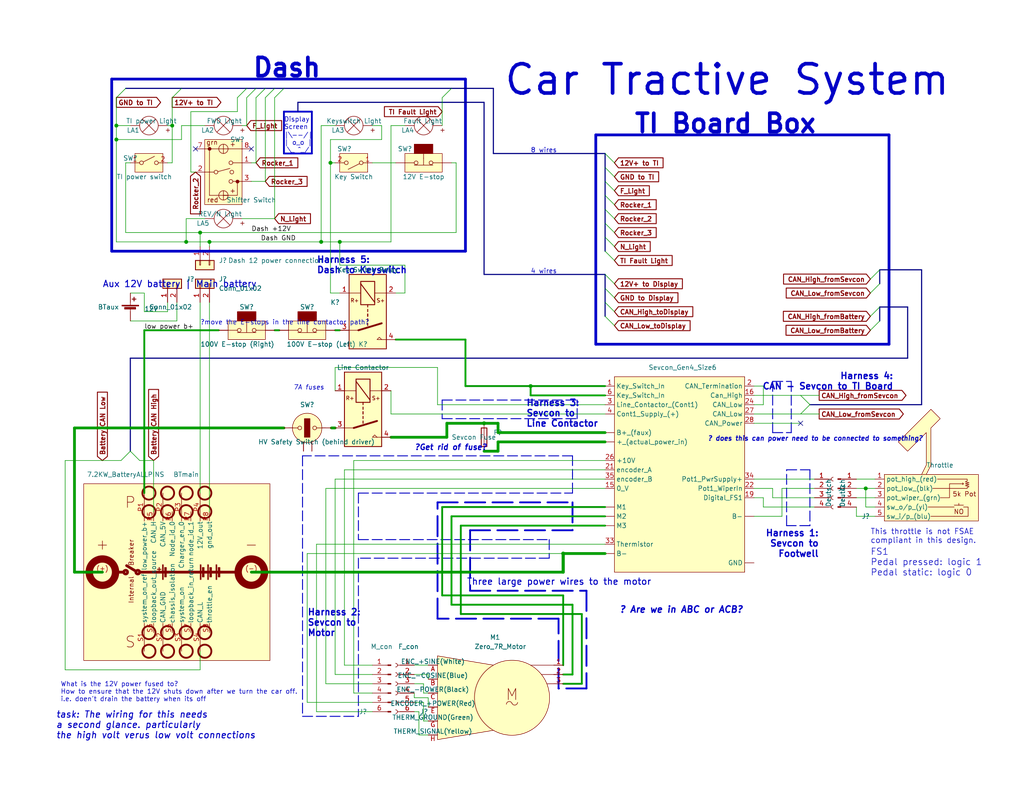
<source format=kicad_sch>
(kicad_sch (version 20211123) (generator eeschema)
  (paper "A")
  (title_block (title "Tractive System") (date "2023-04-04"))
  (lib_symbols
    (symbol "CamachosSymbols:7.2KW_BatteryALLPINS" (pin_names (offset 0.002))
      (property "Reference" "BT?" (at -1.27 29.21 0))
      (property "Value" "7.2KW_BatteryALLPINS" (at -8.89 26.67 0))
      (symbol "7.2KW_BatteryALLPINS_0_0"
        (text "+" (at -20.32 7.62 0) (effects (font (size 3 3))))
        (text "-" (at 20.32 7.62 0) (effects (font (size 3 3))))
        (text "Internal   Breaker" (at -12.446 0.254 900) (effects (font (size 1.27 1.27))))
        (text "P" (at -12.7 19.05 0) (effects (font (size 3 3))))
        (text "S" (at -12.7 -19.05 0) (effects (font (size 3 3))))
      )
      (symbol "7.2KW_BatteryALLPINS_1_1"
        (pin passive line (at -20.32 0 0) (length 0) (name "") (number "(+)"))
        (pin passive line (at 20.32 0 180) (length 0) (name "") (number "(-)"))
        (pin input line (at -8.89 21.59 270) (length 7.66) (name "low_power_b+") (number "P1"))
        (pin input line (at -3.81 21.59 270) (length 7.66) (name "CAN_5V") (number "P2"))
        (pin input line (at 1.27 21.59 270) (length 7.66) (name "Charger_en_0") (number "P3"))
        (pin input line (at 6.35 21.59 270) (length 7.66) (name "12V_out") (number "P4"))
        (pin input line (at -6.35 16.51 270) (length 2.54) (name "CAN_H") (number "P5"))
        (pin input line (at -1.27 16.51 270) (length 2.54) (name "Node_id_0") (number "P6"))
        (pin input line (at 3.81 16.51 270) (length 2.54) (name "node_id_1") (number "P7"))
        (pin input line (at 8.89 16.51 270) (length 2.54) (name "gnd_out") (number "P8"))
        (pin input line (at -8.89 -21.59 90) (length 7.66) (name "system_on_ref") (number "S1"))
        (pin input line (at -3.81 -21.59 90) (length 7.66) (name "CAN_GND") (number "S2"))
        (pin input line (at 1.27 -21.59 90) (length 7.66) (name "system_on") (number "S3"))
        (pin input line (at 6.35 -21.59 90) (length 7.66) (name "CAN_L") (number "S4"))
        (pin input line (at -6.35 -16.51 90) (length 2.54) (name "loopback_out_source") (number "S5"))
        (pin input line (at -1.27 -16.51 90) (length 2.54) (name "chassis_isolation") (number "S6"))
        (pin input line (at 3.81 -16.51 90) (length 2.54) (name "loopback_in_return") (number "S7"))
        (pin input line (at 8.89 -16.51 90) (length 2.54) (name "throttle_en") (number "S8"))
      )
    )
    (symbol "CamachosSymbols:SW_SPDT_MSM" (pin_names (offset 0) hide)
      (property "Reference" "SW?" (at 1.27 12.7 0))
      (property "Value" "SW_SPDT_MSM" (at 6.35 10.16 0))
      (symbol "SW_SPDT_MSM_0_0"
        (text "+" (at 2.54 -5.08 0) (effects (font (size 1.27 1.27))))
        (text "+" (at 2.54 7.62 0) (effects (font (size 1.27 1.27))))
        (text "grn" (at -3.1095 8.1227 0) (effects (font (size 1.27 1.27))))
        (text "red" (at -2.9266 -7.5775 0) (effects (font (size 1.27 1.27))))
      )
      (symbol "SW_SPDT_MSM_1_1"
        (pin passive line (at 7.62 2.54 180) (length 2.54) (name "1") (number "1"))
        (pin passive line (at -7.62 0 0) (length 2.54) (name "2") (number "2"))
        (pin passive line (at 7.62 -2.54 180) (length 2.54) (name "") (number "3"))
        (pin input line (at -7.62 6.35 0) (length 2.54) (name "ledGnd") (number "7"))
        (pin input line (at 7.62 6.35 180) (length 2.54) (name "") (number "8"))
      )
    )
    (symbol "CamachosSymbols:SW_SPST" (pin_names (offset 0) hide)
      (property "Reference" "SW" (at 0 3.175 0))
      (property "Value" "SW_SPST" (at 0 -2.54 0))
      (symbol "SW_SPST_1_1"
        (pin passive line (at -5.08 0 0) (length 2.54) (name "A") (number "1"))
        (pin passive line (at 5.08 0 180) (length 2.54) (name "B") (number "2"))
      )
    )
    (symbol "CamachosSymbols:Safety Switch" (pin_numbers hide) (pin_names (offset 1.016) hide)
      (property "Reference" "SW?" (at 0 7.62 0))
      (property "Value" "Safety Switch" (at 0 6.35 0))
      (symbol "Safety Switch_0_1"
        (pin passive line (at -7.62 0 0) (length 2.54) (name "A") (number "1"))
      )
      (symbol "Safety Switch_1_1"
        (pin passive line (at 7.62 0 180) (length 2.54) (name "B") (number "2"))
      )
    )
    (symbol "CamachosSymbols:Sevcon_Gen4_Size6"
      (property "Value" "Sevcon_Gen4_Size6" (at 10.16 17.78 0))
      (symbol "Sevcon_Gen4_Size6_1_1"
        (pin passive line (at -20.32 -2.54 0) (length 2.54) (name "+_(actual_power_in)") (number ""))
        (pin passive line (at -20.32 0 0) (length 2.54) (name "B+_(faux)") (number ""))
        (pin passive line (at -20.32 -33.02 0) (length 2.54) (name "B-") (number ""))
        (pin passive line (at 20.32 -22.86 180) (length 2.54) (name "B-") (number ""))
        (pin passive line (at 20.32 -35.56 180) (length 2.54) (name "GND") (number ""))
        (pin passive line (at -20.32 -20.32 0) (length 2.54) (name "M1") (number ""))
        (pin passive line (at -20.32 -22.86 0) (length 2.54) (name "M2") (number ""))
        (pin passive line (at -20.32 -25.4 0) (length 2.54) (name "M3") (number ""))
        (pin passive line (at -20.32 12.7 0) (length 2.54) (name "Key_Switch_In") (number "1"))
        (pin passive line (at -20.32 -15.24 0) (length 2.54) (name "0_V") (number "15"))
        (pin passive line (at 20.32 10.16 180) (length 2.54) (name "Can_High") (number "16"))
        (pin passive line (at 20.32 -17.78 180) (length 2.54) (name "Digital_FS1") (number "19"))
        (pin passive line (at 20.32 12.7 180) (length 2.54) (name "CAN_Termination") (number "2"))
        (pin passive line (at -20.32 -10.16 0) (length 2.54) (name "encoder_A") (number "21"))
        (pin passive line (at 20.32 -15.24 180) (length 2.54) (name "Pot1_WiperIn") (number "22"))
        (pin passive line (at 20.32 7.62 180) (length 2.54) (name "CAN_Low") (number "24"))
        (pin passive line (at -20.32 -7.62 0) (length 2.54) (name "+10V") (number "26"))
        (pin passive line (at 20.32 5.08 180) (length 2.54) (name "CAN_Low") (number "27"))
        (pin passive line (at 20.32 2.54 180) (length 2.54) (name "CAN_Power") (number "28"))
        (pin passive line (at -20.32 7.62 0) (length 2.54) (name "Line_Contactor_(Cont1)") (number "3"))
        (pin passive line (at -20.32 -30.48 0) (length 2.54) (name "Thermistor") (number "33"))
        (pin passive line (at 20.32 -12.7 180) (length 2.54) (name "Pot1_PwrSupply+") (number "34"))
        (pin passive line (at -20.32 -12.7 0) (length 2.54) (name "encoder_B") (number "35"))
        (pin passive line (at -20.32 5.08 0) (length 2.54) (name "Cont1_Supply_(+)") (number "4"))
        (pin passive line (at -20.32 10.16 0) (length 2.54) (name "Key_Switch_In") (number "6"))
      )
    )
    (symbol "CamachosSymbols:Throttle"
      (property "Value" "Throttle" (at 12.7 11.43 0))
      (symbol "Throttle_0_0"
        (text "5k Pot" (at 14.224 -2.794 0) (effects (font (size 1.27 1.27))))
        (text "NO" (at 12.7 -7.62 0) (effects (font (size 1.27 1.27))))
      )
      (symbol "Throttle_1_1"
        (pin passive line (at -10.16 1.27 0) (length 2.54) (name "pot_high_(red)") (number "1"))
        (pin passive line (at -10.16 -1.27 0) (length 2.54) (name "pot_low_(blk)") (number "2"))
        (pin passive line (at -10.16 -3.81 0) (length 2.54) (name "pot_wiper_(grn)") (number "3"))
        (pin passive line (at -10.16 -6.35 0) (length 2.54) (name "sw_o/p_(yl)") (number "4"))
        (pin passive line (at -10.16 -8.89 0) (length 2.54) (name "sw_i/p_(blu)") (number "5"))
      )
    )
    (symbol "CamachosSymbols:Zero_7R_Motor" (pin_names (offset 0))
      (property "Reference" "M?" (at -0.635 16.51 0))
      (property "Value" "Zero_7R_Motor" (at -0.635 13.97 0))
      (symbol "Zero_7R_Motor_1_1"
        (pin passive line (at 16.51 8.89 180) (length 2.54) (name "~") (number "1"))
        (pin passive line (at 16.51 6.35 180) (length 2.54) (name "~") (number "2"))
        (pin passive line (at 16.51 3.81 180) (length 2.54) (name "~") (number "3"))
        (pin passive line (at -20.32 8.89 0) (length 2.54) (name "ENC_+SINE(White)") (number "A"))
        (pin passive line (at -20.32 5.08 0) (length 2.54) (name "ENC_-COSINE(Blue)") (number "B"))
        (pin passive line (at -20.32 1.27 0) (length 2.54) (name "ENC_-POWER(Black)") (number "C"))
        (pin passive line (at -20.32 -2.54 0) (length 2.54) (name "ENCODER_+POWER(Red)") (number "E"))
        (pin passive line (at -20.32 -6.35 0) (length 2.54) (name "THERM_GROUND(Green)") (number "G"))
        (pin passive line (at -20.32 -10.16 0) (length 2.54) (name "THERM_SIGNAL(Yellow)") (number "H"))
      )
    )
    (symbol "Connector:Conn_01x04_Female" (pin_names (offset 1.016) hide)
      (property "Reference" "J" (at 0 5.08 0))
      (property "Value" "Conn_01x04_Female" (at 0 -7.62 0))
      (symbol "Conn_01x04_Female_1_1"
        (pin passive line (at -5.08 2.54 0) (length 3.81) (name "Pin_1") (number "1"))
        (pin passive line (at -5.08 0 0) (length 3.81) (name "Pin_2") (number "2"))
        (pin passive line (at -5.08 -2.54 0) (length 3.81) (name "Pin_3") (number "3"))
        (pin passive line (at -5.08 -5.08 0) (length 3.81) (name "Pin_4") (number "4"))
      )
    )
    (symbol "Connector:Conn_01x04_Male" (pin_names (offset 1.016) hide)
      (property "Reference" "J" (at 0 5.08 0))
      (property "Value" "Conn_01x04_Male" (at 0 -7.62 0))
      (symbol "Conn_01x04_Male_1_1"
        (pin passive line (at 5.08 2.54 180) (length 3.81) (name "Pin_1") (number "1"))
        (pin passive line (at 5.08 0 180) (length 3.81) (name "Pin_2") (number "2"))
        (pin passive line (at 5.08 -2.54 180) (length 3.81) (name "Pin_3") (number "3"))
        (pin passive line (at 5.08 -5.08 180) (length 3.81) (name "Pin_4") (number "4"))
      )
    )
    (symbol "Connector:Conn_01x06_Female" (pin_names (offset 1.016) hide)
      (property "Reference" "J" (at 0 7.62 0))
      (property "Value" "Conn_01x06_Female" (at 0 -10.16 0))
      (symbol "Conn_01x06_Female_1_1"
        (pin passive line (at -5.08 5.08 0) (length 3.81) (name "Pin_1") (number "1"))
        (pin passive line (at -5.08 2.54 0) (length 3.81) (name "Pin_2") (number "2"))
        (pin passive line (at -5.08 0 0) (length 3.81) (name "Pin_3") (number "3"))
        (pin passive line (at -5.08 -2.54 0) (length 3.81) (name "Pin_4") (number "4"))
        (pin passive line (at -5.08 -5.08 0) (length 3.81) (name "Pin_5") (number "5"))
        (pin passive line (at -5.08 -7.62 0) (length 3.81) (name "Pin_6") (number "6"))
      )
    )
    (symbol "Connector:Conn_01x06_Male" (pin_names (offset 1.016) hide)
      (property "Reference" "J" (at 0 7.62 0))
      (property "Value" "Conn_01x06_Male" (at 0 -10.16 0))
      (symbol "Conn_01x06_Male_1_1"
        (pin passive line (at 5.08 5.08 180) (length 3.81) (name "Pin_1") (number "1"))
        (pin passive line (at 5.08 2.54 180) (length 3.81) (name "Pin_2") (number "2"))
        (pin passive line (at 5.08 0 180) (length 3.81) (name "Pin_3") (number "3"))
        (pin passive line (at 5.08 -2.54 180) (length 3.81) (name "Pin_4") (number "4"))
        (pin passive line (at 5.08 -5.08 180) (length 3.81) (name "Pin_5") (number "5"))
        (pin passive line (at 5.08 -7.62 180) (length 3.81) (name "Pin_6") (number "6"))
      )
    )
    (symbol "Connector_Generic:Conn_01x02" (pin_names (offset 1.016) hide)
      (property "Reference" "J" (at 0 2.54 0))
      (property "Value" "Conn_01x02" (at 0 -5.08 0))
      (symbol "Conn_01x02_1_1"
        (pin passive line (at -5.08 0 0) (length 3.81) (name "Pin_1") (number "1"))
        (pin passive line (at -5.08 -2.54 0) (length 3.81) (name "Pin_2") (number "2"))
      )
    )
    (symbol "Device:Battery_Cell" (pin_numbers hide) (pin_names (offset 0) hide)
      (property "Reference" "BT" (at 2.54 2.54 0))
      (property "Value" "Battery_Cell" (at 2.54 0 0))
      (symbol "Battery_Cell_1_1"
        (pin passive line (at 0 5.08 270) (length 2.54) (name "+") (number "1"))
        (pin passive line (at 0 -2.54 90) (length 2.54) (name "-") (number "2"))
      )
    )
    (symbol "Device:Fuse" (pin_numbers hide) (pin_names (offset 0))
      (property "Reference" "F" (at 2.032 0 90))
      (property "Value" "Fuse" (at -1.905 0 90))
      (symbol "Fuse_1_1"
        (pin passive line (at 0 3.81 270) (length 1.27) (name "~") (number "1"))
        (pin passive line (at 0 -3.81 90) (length 1.27) (name "~") (number "2"))
      )
    )
    (symbol "Device:Lamp" (pin_numbers hide) (pin_names (offset 0.0254) hide)
      (property "Reference" "LA?" (at 3.81 1.2701 0))
      (property "Value" "12V Keyswitch Light (Dash)" (at 3.81 -1.2699 0))
      (symbol "Lamp_0_0"
        (text "+" (at 1.27 5.08 0) (effects (font (size 1.27 1.27))))
      )
      (symbol "Lamp_1_1"
        (pin passive line (at 0 -5.08 90) (length 2.54) (name "-") (number "1"))
        (pin passive line (at 0 5.08 270) (length 2.54) (name "+") (number "2"))
      )
    )
    (symbol "Relay:ADW11"
      (property "Reference" "K?" (at -2.54 15.24 0))
      (property "Value" "Line Contactor" (at 1.27 12.7 0))
      (symbol "ADW11_1_1"
        (text "R+" (at -2.286 4.318 0) (effects (font (size 1.016 1.016))))
        (text "S+" (at 4.826 4.318 0) (effects (font (size 1.016 1.016))))
        (pin passive line (at -6.35 6.35 0) (length 2.54) (name "~") (number "1"))
        (pin passive line (at 8.89 6.35 180) (length 2.54) (name "~") (number "2"))
        (pin passive line (at -6.35 -3.81 0) (length 2.54) (name "~") (number "3"))
        (pin passive line (at 8.89 -6.35 180) (length 2.54) (name "~") (number "4"))
      )
    )
    (symbol "Safety Switch_1" (pin_numbers hide) (pin_names (offset 1.016) hide)
      (property "Reference" "SW?" (at 0 6.35 0))
      (property "Value" "HV Safety Switch (behind driver)" (at 2.54 -3.81 0))
      (symbol "Safety Switch_1_0_1"
        (pin passive line (at -6.35 0 0) (length 2.54) (name "A") (number "1"))
      )
      (symbol "Safety Switch_1_1_1"
        (pin output line (at -1.016 -6.35 90) (length 2.54) (name "") (number ""))
        (pin output line (at 1.27 -6.35 90) (length 2.54) (name "") (number ""))
        (pin passive line (at 6.604 0 180) (length 2.54) (name "B") (number "2"))
      )
    )
    (symbol "Switch:SW_Push_Open" (pin_numbers hide) (pin_names (offset 1.016) hide)
      (property "Reference" "SW?" (at 0 7.62 0))
      (property "Value" "12V E-stop (dash)" (at 0 6.35 0))
      (symbol "SW_Push_Open_0_1"
        (pin passive line (at -7.62 0 0) (length 2.54) (name "A") (number "1"))
      )
      (symbol "SW_Push_Open_1_1"
        (pin passive line (at 7.62 0 180) (length 2.54) (name "B") (number "2"))
      )
    )
  )
  (junction (at 144.78 105.41))
  (junction (at 132.08 115.57))
  (junction (at 46.99 34.29))
  (junction (at 90.17 44.45))
  (junction (at 236.22 133.35))
  (junction (at 54.61 63.5))
  (junction (at 153.67 151.13))
  (junction (at 31.75 38.1))
  (junction (at 92.71 66.04))
  (junction (at 31.75 34.29))
  (junction (at 87.63 66.04))
  (junction (at 57.15 66.04))
  (junction (at 50.8 66.04))
  (no_connect (at 53.34 40.64))
  (no_connect (at 218.44 115.57))
  (no_connect (at 68.58 40.64))
  (bus_entry (at 120.65 26.67) (size 2.54 -2.54))
  (bus_entry (at 240.03 77.47) (size -2.54 2.54))
  (bus_entry (at 167.64 48.26) (size -2.54 -2.54))
  (bus_entry (at 218.44 113.03) (size 2.54 -2.54))
  (bus_entry (at 167.64 52.07) (size -2.54 -2.54))
  (bus_entry (at 69.85 26.67) (size 2.54 -2.54))
  (bus_entry (at 167.64 63.5) (size -2.54 -2.54))
  (bus_entry (at 74.93 26.67) (size 2.54 -2.54))
  (bus_entry (at 72.39 26.67) (size 2.54 -2.54))
  (bus_entry (at 165.1 86.36) (size 2.54 2.54))
  (bus_entry (at 237.49 76.2) (size 2.54 -2.54))
  (bus_entry (at 218.44 107.95) (size 2.54 2.54))
  (bus_entry (at 165.1 74.93) (size 2.54 2.54))
  (bus_entry (at 31.75 26.67) (size 2.54 -2.54))
  (bus_entry (at 165.1 68.58) (size 2.54 2.54))
  (bus_entry (at 165.1 64.77) (size 2.54 2.54))
  (bus_entry (at 240.03 87.63) (size -2.54 2.54))
  (bus_entry (at 67.31 26.67) (size 2.54 -2.54))
  (bus_entry (at 237.49 86.36) (size 2.54 -2.54))
  (bus_entry (at 46.99 26.67) (size 2.54 -2.54))
  (bus_entry (at 33.02 125.73) (size 2.54 -2.54))
  (bus_entry (at 165.1 78.74) (size 2.54 2.54))
  (bus_entry (at 64.77 26.67) (size 2.54 -2.54))
  (bus_entry (at 38.1 125.73) (size -2.54 -2.54))
  (bus_entry (at 165.1 82.55) (size 2.54 2.54))
  (bus_entry (at 167.64 44.45) (size -2.54 -2.54))
  (bus_entry (at 167.64 55.88) (size -2.54 -2.54))
  (bus_entry (at 167.64 59.69) (size -2.54 -2.54))
  (polyline (pts (xy 120.65 114.3) (xy 157.48 114.3)) (stroke (width 0.25)))
  (wire (pts (xy 46.99 44.45) (xy 46.99 34.29)))
  (wire (pts (xy 83.82 151.13) (xy 83.82 191.77)))
  (wire (pts (xy 106.68 66.04) (xy 92.71 66.04)))
  (wire (pts (xy 110.49 80.01) (xy 107.95 80.01)))
  (polyline (pts (xy 127 68.58) (xy 127 21.59)) (stroke (width 0.75) (type solid)))
  (wire (pts (xy 110.49 72.39) (xy 110.49 80.01)))
  (wire (pts (xy 156.21 165.1) (xy 123.19 165.1)) (stroke (width 0.5)))
  (bus (pts (xy 134.62 41.91) (xy 165.1 41.91)))
  (wire (pts (xy 114.3 194.31) (xy 114.3 200.66)))
  (wire (pts (xy 238.76 140.97) (xy 233.68 140.97)))
  (polyline (pts (xy 30.48 21.59) (xy 30.48 68.58)) (stroke (width 0.75) (type solid)))
  (wire (pts (xy 91.44 90.17) (xy 92.71 90.17)) (stroke (width 0.5)))
  (bus (pts (xy 247.65 83.82) (xy 247.65 97.79)))
  (wire (pts (xy 49.53 34.29) (xy 55.88 34.29)))
  (wire (pts (xy 165.1 140.97) (xy 123.19 140.97)) (stroke (width 0.5)))
  (polyline (pts (xy 97.79 147.32) (xy 149.86 147.32)) (stroke (width 0.25)))
  (wire (pts (xy 86.36 194.31) (xy 101.6 194.31)))
  (wire (pts (xy 135.89 118.11) (xy 165.1 118.11)) (stroke (width 0.75)))
  (wire (pts (xy 88.9 133.35) (xy 88.9 186.69)))
  (wire (pts (xy 115.57 186.69) (xy 113.03 186.69)))
  (wire (pts (xy 156.21 184.15) (xy 156.21 165.1)) (stroke (width 0.5)))
  (wire (pts (xy 213.36 133.35) (xy 213.36 140.97)))
  (wire (pts (xy 93.98 128.27) (xy 93.98 181.61)))
  (polyline (pts (xy 77.47 30.48) (xy 77.47 41.91)) (stroke (width 0.5) (type solid)))
  (wire (pts (xy 20.32 116.84) (xy 77.47 116.84)) (stroke (width 0.75)))
  (wire (pts (xy 90.424 116.84) (xy 91.44 116.84)) (stroke (width 0.75)))
  (wire (pts (xy 46.99 26.67) (xy 46.99 34.29)))
  (wire (pts (xy 34.29 63.5) (xy 54.61 63.5)))
  (wire (pts (xy 68.58 156.21) (xy 153.67 156.21)) (stroke (width 0.75)))
  (wire (pts (xy 119.38 110.49) (xy 119.38 100.33)))
  (wire (pts (xy 88.9 186.69) (xy 101.6 186.69)))
  (bus (pts (xy 165.1 53.34) (xy 165.1 57.15)))
  (polyline (pts (xy 156.21 134.62) (xy 156.21 124.46)) (stroke (width 0.25)))
  (bus (pts (xy 240.03 73.66) (xy 251.46 73.66)))
  (wire (pts (xy 106.68 119.38) (xy 121.92 119.38)) (stroke (width 0.75)))
  (bus (pts (xy 34.29 24.13) (xy 49.53 24.13)))
  (bus (pts (xy 35.56 97.79) (xy 35.56 123.19)))
  (wire (pts (xy 41.91 139.7) (xy 41.91 125.73)))
  (wire (pts (xy 113.03 194.31) (xy 114.3 194.31)))
  (wire (pts (xy 41.91 125.73) (xy 38.1 125.73)))
  (polyline (pts (xy 119.38 137.16) (xy 156.21 137.16)) (stroke (width 0.5)))
  (wire (pts (xy 153.67 181.61) (xy 153.67 162.56)) (stroke (width 0.5)))
  (wire (pts (xy 93.98 181.61) (xy 101.6 181.61)))
  (wire (pts (xy 104.14 34.29) (xy 104.14 38.1)))
  (wire (pts (xy 91.44 130.81) (xy 91.44 184.15)))
  (wire (pts (xy 165.1 148.59) (xy 86.36 148.59)))
  (wire (pts (xy 113.03 181.61) (xy 116.84 181.61)))
  (wire (pts (xy 68.58 49.53) (xy 72.39 49.53)))
  (wire (pts (xy 135.89 115.57) (xy 132.08 115.57)) (stroke (width 0.75)))
  (polyline (pts (xy 149.86 147.32) (xy 149.86 152.4)) (stroke (width 0.25)))
  (wire (pts (xy 165.1 133.35) (xy 88.9 133.35)))
  (bus (pts (xy 165.1 82.55) (xy 165.1 78.74)))
  (wire (pts (xy 64.77 26.67) (xy 64.77 30.48)))
  (wire (pts (xy 153.67 186.69) (xy 158.75 186.69)) (stroke (width 0.5)))
  (wire (pts (xy 50.8 59.69) (xy 55.88 59.69)))
  (wire (pts (xy 35.56 80.01) (xy 39.37 80.01)))
  (wire (pts (xy 124.46 44.45) (xy 124.46 63.5)))
  (wire (pts (xy 92.71 66.04) (xy 92.71 72.39)))
  (polyline (pts (xy 160.02 161.29) (xy 160.02 187.96)) (stroke (width 0.5)))
  (wire (pts (xy 31.75 26.67) (xy 31.75 34.29)))
  (wire (pts (xy 116.84 185.42) (xy 116.84 184.15)))
  (polyline (pts (xy 214.63 128.27) (xy 220.98 128.27)) (stroke (width 0.25)))
  (wire (pts (xy 116.84 190.5) (xy 116.84 193.04)))
  (wire (pts (xy 87.63 66.04) (xy 92.71 66.04)))
  (wire (pts (xy 121.92 119.38) (xy 121.92 115.57)) (stroke (width 0.75)))
  (polyline (pts (xy 82.55 195.58) (xy 97.79 195.58)) (stroke (width 0.25)))
  (wire (pts (xy 115.57 189.23) (xy 116.84 189.23)))
  (wire (pts (xy 67.31 26.67) (xy 67.31 34.29)))
  (polyline (pts (xy 214.63 143.51) (xy 214.63 128.27)) (stroke (width 0.25)))
  (wire (pts (xy 20.32 156.21) (xy 27.94 156.21)) (stroke (width 0.75)))
  (wire (pts (xy 96.52 189.23) (xy 101.6 189.23)))
  (wire (pts (xy 233.68 135.89) (xy 238.76 135.89)))
  (wire (pts (xy 124.46 44.45) (xy 123.19 44.45)))
  (wire (pts (xy 31.75 38.1) (xy 31.75 66.04)))
  (wire (pts (xy 165.1 120.65) (xy 135.89 120.65)) (stroke (width 0.75)))
  (wire (pts (xy 66.04 59.69) (xy 74.93 59.69)))
  (wire (pts (xy 87.63 34.29) (xy 91.44 34.29)))
  (wire (pts (xy 135.89 120.65) (xy 135.89 123.19)) (stroke (width 0.75)))
  (wire (pts (xy 52.07 46.99) (xy 53.34 46.99)))
  (wire (pts (xy 57.15 66.04) (xy 87.63 66.04)))
  (wire (pts (xy 233.68 130.81) (xy 238.76 130.81)))
  (wire (pts (xy 205.74 110.49) (xy 208.28 110.49)))
  (wire (pts (xy 91.44 130.81) (xy 165.1 130.81)))
  (wire (pts (xy 120.65 138.43) (xy 165.1 138.43)) (stroke (width 0.5)))
  (wire (pts (xy 205.74 135.89) (xy 208.28 135.89)))
  (wire (pts (xy 34.29 44.45) (xy 34.29 63.5)))
  (wire (pts (xy 125.73 143.51) (xy 125.73 167.64)) (stroke (width 0.5)))
  (wire (pts (xy 213.36 133.35) (xy 222.25 133.35)))
  (bus (pts (xy 49.53 24.13) (xy 67.31 24.13)))
  (wire (pts (xy 90.17 44.45) (xy 90.17 38.1)))
  (wire (pts (xy 153.67 184.15) (xy 156.21 184.15)) (stroke (width 0.5)))
  (polyline (pts (xy 30.48 68.58) (xy 127 68.58)) (stroke (width 0.75) (type solid)))
  (bus (pts (xy 240.03 87.63) (xy 240.03 83.82)))
  (bus (pts (xy 81.28 27.94) (xy 132.08 27.94)))
  (wire (pts (xy 210.82 135.89) (xy 222.25 135.89)))
  (polyline (pts (xy 156.21 137.16) (xy 156.21 144.78)) (stroke (width 0.5)))
  (wire (pts (xy 92.71 80.01) (xy 90.17 80.01)))
  (bus (pts (xy 35.56 97.79) (xy 247.65 97.79)))
  (wire (pts (xy 115.57 191.77) (xy 115.57 196.85)))
  (polyline (pts (xy 128.27 144.78) (xy 128.27 161.29)) (stroke (width 0.5)))
  (wire (pts (xy 90.17 44.45) (xy 90.17 80.01)))
  (wire (pts (xy 120.65 26.67) (xy 120.65 34.29)))
  (wire (pts (xy 54.61 82.55) (xy 54.61 134.62)))
  (polyline (pts (xy 85.09 30.48) (xy 85.09 41.91)) (stroke (width 0.5) (type solid)))
  (bus (pts (xy 67.31 24.13) (xy 69.85 24.13)))
  (bus (pts (xy 247.65 83.82) (xy 240.03 83.82)))
  (polyline (pts (xy 157.48 114.3) (xy 157.48 109.22)) (stroke (width 0.25)))
  (wire (pts (xy 86.36 148.59) (xy 86.36 194.31)))
  (wire (pts (xy 39.37 90.17) (xy 59.69 90.17)) (stroke (width 0.5)))
  (wire (pts (xy 17.78 182.88) (xy 17.78 125.73)))
  (wire (pts (xy 49.53 38.1) (xy 49.53 34.29)))
  (polyline (pts (xy 242.57 93.98) (xy 162.56 93.98)) (stroke (width 0.75) (type solid)))
  (bus (pts (xy 165.1 49.53) (xy 165.1 53.34)))
  (polyline (pts (xy 220.98 128.27) (xy 220.98 143.51)) (stroke (width 0.25)))
  (bus (pts (xy 72.39 24.13) (xy 74.93 24.13)))
  (wire (pts (xy 113.03 190.5) (xy 116.84 190.5)))
  (polyline (pts (xy 97.79 134.62) (xy 97.79 147.32)) (stroke (width 0.25)))
  (wire (pts (xy 233.68 140.97) (xy 233.68 138.43)))
  (wire (pts (xy 45.72 44.45) (xy 46.99 44.45)))
  (wire (pts (xy 158.75 167.64) (xy 125.73 167.64)) (stroke (width 0.5)))
  (wire (pts (xy 205.74 115.57) (xy 218.44 115.57)))
  (wire (pts (xy 54.61 182.88) (xy 17.78 182.88)))
  (polyline (pts (xy 152.4 187.96) (xy 152.4 168.91)) (stroke (width 0.5)))
  (polyline (pts (xy 97.79 134.62) (xy 156.21 134.62)) (stroke (width 0.25)))
  (wire (pts (xy 83.82 151.13) (xy 153.67 151.13)))
  (wire (pts (xy 92.71 72.39) (xy 110.49 72.39)))
  (wire (pts (xy 52.07 46.99) (xy 52.07 30.48)))
  (bus (pts (xy 74.93 24.13) (xy 77.47 24.13)))
  (wire (pts (xy 205.74 130.81) (xy 222.25 130.81)))
  (wire (pts (xy 165.1 105.41) (xy 144.78 105.41)) (stroke (width 0.5)))
  (wire (pts (xy 236.22 138.43) (xy 236.22 133.35)))
  (wire (pts (xy 106.68 34.29) (xy 106.68 66.04)))
  (wire (pts (xy 205.74 113.03) (xy 218.44 113.03)))
  (bus (pts (xy 165.1 86.36) (xy 165.1 82.55)))
  (wire (pts (xy 115.57 189.23) (xy 115.57 186.69)))
  (polyline (pts (xy 120.65 109.22) (xy 157.48 109.22)) (stroke (width 0.25)))
  (bus (pts (xy 134.62 24.13) (xy 134.62 41.91)))
  (polyline (pts (xy 120.65 109.22) (xy 120.65 114.3)) (stroke (width 0.25)))
  (wire (pts (xy 87.63 34.29) (xy 87.63 66.04)))
  (wire (pts (xy 132.08 123.19) (xy 135.89 123.19)) (stroke (width 0.75)))
  (bus (pts (xy 77.47 24.13) (xy 123.19 24.13)))
  (polyline (pts (xy 220.98 143.51) (xy 214.63 143.51)) (stroke (width 0.25)))
  (wire (pts (xy 91.44 100.33) (xy 91.44 106.68)))
  (polyline (pts (xy 215.9 104.14) (xy 215.9 118.11)) (stroke (width 0.25)))
  (wire (pts (xy 50.8 59.69) (xy 50.8 66.04)))
  (polyline (pts (xy 210.82 104.14) (xy 215.9 104.14)) (stroke (width 0.25)))
  (bus (pts (xy 220.98 110.49) (xy 251.46 110.49)))
  (wire (pts (xy 121.92 115.57) (xy 132.08 115.57)) (stroke (width 0.75)))
  (wire (pts (xy 153.67 162.56) (xy 120.65 162.56)) (stroke (width 0.5)))
  (wire (pts (xy 120.65 162.56) (xy 120.65 138.43)) (stroke (width 0.5)))
  (bus (pts (xy 165.1 64.77) (xy 165.1 68.58)))
  (wire (pts (xy 208.28 105.41) (xy 208.28 110.49)))
  (wire (pts (xy 31.75 34.29) (xy 35.56 34.29)))
  (wire (pts (xy 39.37 85.09) (xy 45.72 85.09)))
  (wire (pts (xy 90.17 38.1) (xy 104.14 38.1)))
  (wire (pts (xy 114.3 200.66) (xy 116.84 200.66)))
  (wire (pts (xy 115.57 196.85) (xy 116.84 196.85)))
  (polyline (pts (xy 128.27 161.29) (xy 160.02 161.29)) (stroke (width 0.5)))
  (wire (pts (xy 96.52 125.73) (xy 96.52 189.23)))
  (wire (pts (xy 213.36 140.97) (xy 205.74 140.97)))
  (wire (pts (xy 90.17 44.45) (xy 91.44 44.45)))
  (wire (pts (xy 83.82 191.77) (xy 101.6 191.77)))
  (bus (pts (xy 165.1 41.91) (xy 165.1 45.72)))
  (wire (pts (xy 238.76 138.43) (xy 236.22 138.43)))
  (wire (pts (xy 165.1 151.13) (xy 153.67 151.13)) (stroke (width 0.75)))
  (wire (pts (xy 110.49 34.29) (xy 106.68 34.29)))
  (wire (pts (xy 116.84 184.15) (xy 113.03 184.15)))
  (wire (pts (xy 74.93 90.17) (xy 76.2 90.17)) (stroke (width 0.5)))
  (wire (pts (xy 125.73 143.51) (xy 165.1 143.51)) (stroke (width 0.5)))
  (wire (pts (xy 127 92.71) (xy 107.95 92.71)) (stroke (width 0.5)))
  (wire (pts (xy 208.28 138.43) (xy 222.25 138.43)))
  (bus (pts (xy 81.28 30.48) (xy 81.28 27.94)))
  (polyline (pts (xy 162.56 36.83) (xy 162.56 93.98)) (stroke (width 0.75) (type solid)))
  (wire (pts (xy 210.82 133.35) (xy 210.82 135.89)))
  (polyline (pts (xy 160.02 187.96) (xy 152.4 187.96)) (stroke (width 0.5)))
  (wire (pts (xy 50.8 66.04) (xy 57.15 66.04)))
  (wire (pts (xy 52.07 30.48) (xy 64.77 30.48)))
  (wire (pts (xy 135.89 118.11) (xy 135.89 115.57)) (stroke (width 0.75)))
  (bus (pts (xy 251.46 73.66) (xy 251.46 110.49)))
  (wire (pts (xy 165.1 128.27) (xy 93.98 128.27)))
  (wire (pts (xy 57.15 66.04) (xy 57.15 67.31)))
  (bus (pts (xy 132.08 27.94) (xy 132.08 74.93)))
  (wire (pts (xy 205.74 133.35) (xy 210.82 133.35)))
  (polyline (pts (xy 149.86 152.4) (xy 97.79 152.4)) (stroke (width 0.25)))
  (wire (pts (xy 69.85 26.67) (xy 69.85 44.45)))
  (wire (pts (xy 123.19 165.1) (xy 123.19 140.97)) (stroke (width 0.5)))
  (polyline (pts (xy 97.79 152.4) (xy 97.79 195.58)) (stroke (width 0.25)))
  (wire (pts (xy 39.37 80.01) (xy 39.37 85.09)))
  (wire (pts (xy 119.38 100.33) (xy 91.44 100.33)))
  (wire (pts (xy 218.44 113.03) (xy 223.52 113.03)))
  (wire (pts (xy 153.67 151.13) (xy 153.67 156.21)) (stroke (width 0.85)))
  (wire (pts (xy 48.26 87.63) (xy 48.26 82.55)))
  (wire (pts (xy 31.75 38.1) (xy 49.53 38.1)))
  (wire (pts (xy 205.74 105.41) (xy 208.28 105.41)))
  (wire (pts (xy 39.37 134.62) (xy 39.37 90.17)) (stroke (width 0.5)))
  (bus (pts (xy 165.1 60.96) (xy 165.1 64.77)))
  (wire (pts (xy 57.15 82.55) (xy 57.15 139.7)))
  (wire (pts (xy 54.61 177.8) (xy 54.61 182.88)))
  (polyline (pts (xy 152.4 168.91) (xy 119.38 168.91)) (stroke (width 0.5)))
  (wire (pts (xy 101.6 44.45) (xy 107.95 44.45)))
  (wire (pts (xy 45.72 34.29) (xy 46.99 34.29)))
  (wire (pts (xy 236.22 133.35) (xy 238.76 133.35)))
  (bus (pts (xy 123.19 24.13) (xy 134.62 24.13)))
  (wire (pts (xy 74.93 26.67) (xy 74.93 59.69)))
  (polyline (pts (xy 119.38 168.91) (xy 119.38 137.16)) (stroke (width 0.5)))
  (polyline (pts (xy 156.21 144.78) (xy 128.27 144.78)) (stroke (width 0.5)))
  (wire (pts (xy 106.68 106.68) (xy 106.68 113.03)))
  (wire (pts (xy 101.6 34.29) (xy 104.14 34.29)))
  (bus (pts (xy 69.85 24.13) (xy 72.39 24.13)))
  (wire (pts (xy 31.75 34.29) (xy 31.75 38.1)))
  (wire (pts (xy 35.56 87.63) (xy 48.26 87.63)))
  (wire (pts (xy 34.29 44.45) (xy 35.56 44.45)))
  (polyline (pts (xy 242.57 93.98) (xy 242.57 36.83)) (stroke (width 0.75) (type solid)))
  (polyline (pts (xy 127 21.59) (xy 30.48 21.59)) (stroke (width 0.75) (type solid)))
  (wire (pts (xy 205.74 107.95) (xy 218.44 107.95)))
  (wire (pts (xy 144.78 105.41) (xy 144.78 107.95)) (stroke (width 0.5)))
  (wire (pts (xy 106.68 113.03) (xy 165.1 113.03)))
  (wire (pts (xy 113.03 189.23) (xy 113.03 190.5)))
  (wire (pts (xy 165.1 107.95) (xy 144.78 107.95)) (stroke (width 0.5)))
  (wire (pts (xy 31.75 66.04) (xy 50.8 66.04)))
  (polyline (pts (xy 156.21 124.46) (xy 82.55 124.46)) (stroke (width 0.25)))
  (wire (pts (xy 20.32 116.84) (xy 20.32 156.21)) (stroke (width 0.75)))
  (polyline (pts (xy 85.09 41.91) (xy 77.47 41.91)) (stroke (width 0.5) (type solid)))
  (wire (pts (xy 165.1 110.49) (xy 119.38 110.49)))
  (polyline (pts (xy 242.57 36.83) (xy 162.56 36.83)) (stroke (width 0.75) (type solid)))
  (wire (pts (xy 158.75 186.69) (xy 158.75 167.64)) (stroke (width 0.5)))
  (bus (pts (xy 165.1 74.93) (xy 132.08 74.93)))
  (wire (pts (xy 236.22 133.35) (xy 233.68 133.35)))
  (wire (pts (xy 45.72 85.09) (xy 45.72 82.55)))
  (wire (pts (xy 218.44 107.95) (xy 223.52 107.95)))
  (polyline (pts (xy 82.55 124.46) (xy 82.55 195.58)) (stroke (width 0.25)))
  (polyline (pts (xy 210.82 118.11) (xy 215.9 118.11)) (stroke (width 0.25)))
  (polyline (pts (xy 210.82 118.11) (xy 210.82 104.14)) (stroke (width 0.25)))
  (wire (pts (xy 17.78 125.73) (xy 33.02 125.73)))
  (wire (pts (xy 66.04 34.29) (xy 67.31 34.29)))
  (wire (pts (xy 113.03 191.77) (xy 115.57 191.77)))
  (bus (pts (xy 240.03 77.47) (xy 240.03 73.66)))
  (wire (pts (xy 69.85 44.45) (xy 68.58 44.45)))
  (bus (pts (xy 165.1 78.74) (xy 165.1 74.93)))
  (wire (pts (xy 127 105.41) (xy 127 92.71)) (stroke (width 0.5)))
  (wire (pts (xy 54.61 63.5) (xy 54.61 67.31)))
  (wire (pts (xy 208.28 135.89) (xy 208.28 138.43)))
  (bus (pts (xy 165.1 45.72) (xy 165.1 49.53)))
  (wire (pts (xy 72.39 26.67) (xy 72.39 49.53)))
  (wire (pts (xy 91.44 184.15) (xy 101.6 184.15)))
  (polyline (pts (xy 77.47 30.48) (xy 85.09 30.48)) (stroke (width 0.5) (type solid)))
  (wire (pts (xy 144.78 105.41) (xy 127 105.41)) (stroke (width 0.5)))
  (wire (pts (xy 54.61 63.5) (xy 124.46 63.5)))
  (bus (pts (xy 165.1 57.15) (xy 165.1 60.96)))
  (wire (pts (xy 165.1 125.73) (xy 96.52 125.73)))
  (text "Harness 5:\nDash to Keyswitch" (at 86.36 74.93 0) (effects (font (size 1.75 1.75) (thickness 0.35) bold) (justify left bottom)))
  (text "?Get rid of fuse?" (at 113.03 123.19 0) (effects (font (size 1.5 1.5) (thickness 0.3) bold italic) (justify left bottom)))
  (text "|\\--/|\n| o_o |\n \\_ ^_/" (at 77.47 41.91 0) (effects (font (size 1.27 1.27)) (justify left bottom)))
  (text "Harness 4:\nCAN - Sevcon to TI Board" (at 243.84 106.68 180) (effects (font (size 1.75 1.75) (thickness 0.35) bold) (justify right bottom)))
  (text "Harness 3:\nSevcon to \nLine Contactor" (at 143.51 116.84 0) (effects (font (size 1.75 1.75) (thickness 0.35) bold) (justify left bottom)))
  (text "Aux 12V battery | Main battery" (at 27.94 78.74 0) (effects (font (size 1.75 1.75) (thickness 0.254) bold) (justify left bottom)))
  (text "Three large power wires to the motor" (at 177.8 160.02 180) (effects (font (size 1.75 1.75) (thickness 0.254) bold) (justify right bottom)))
  (text "TI Board Box" (at 172.72 36.83 0) (effects (font (size 5 5) (thickness 1) bold) (justify left bottom)))
  (text "Display\nScreen\n" (at 77.47 35.56 0) (effects (font (size 1.27 1.27)) (justify left bottom)))
  (text "Car Tractive System" (at 137.16 26.67 0) (effects (font (size 8 8) (thickness 1) bold) (justify left bottom)))
  (text "What is the 12V power fused to?\nHow to ensure that the 12V shuts down after we turn the car off. \ni.e. doen't drain the battery when its off" (at 16.51 191.77 0) (effects (font (size 1.27 1.27)) (justify left bottom)))
  (text "This throttle is not FSAE\ncompliant in this design." (at 237.49 148.59 0) (effects (font (size 1.5 1.5)) (justify left bottom)))
  (text "FS1\nPedal pressed: logic 1\nPedal static: logic 0" (at 237.49 157.48 0) (effects (font (size 1.75 1.75)) (justify left bottom)))
  (text "Dash" (at 68.58 21.59 0) (effects (font (size 5 5) (thickness 1) bold) (justify left bottom)))
  (text "Harness 1:\nSevcon to\nFootwell" (at 223.52 152.4 180) (effects (font (size 1.75 1.75) (thickness 0.35) bold) (justify right bottom)))
  (text "8 wires" (at 144.78 41.91 0) (effects (font (size 1.27 1.27)) (justify left bottom)))
  (text "4 wires" (at 144.78 74.93 0) (effects (font (size 1.27 1.27)) (justify left bottom)))
  (text "7A fuses" (at 80.01 106.68 0) (effects (font (size 1.27 1.27) italic) (justify left bottom)))
  (text "?move the E-stops in the line contactor path?" (at 54.61 88.9 0) (effects (font (size 1.27 1.27)) (justify left bottom)))
  (text "Harness 2:\nSevcon to\nMotor" (at 83.82 173.99 0) (effects (font (size 1.75 1.75) (thickness 0.35) bold) (justify left bottom)))
  (text "? does this can power need to be connected to something?" (at 193.04 120.65 0) (effects (font (size 1.27 1.27) (thickness 0.254) bold italic) (justify left bottom)))
  (text "task: The wiring for this needs\na second glance. particularly\nthe high volt verus low volt connections" (at 15.24 201.93 0) (effects (font (size 1.75 1.75) (thickness 0.254) bold italic) (justify left bottom)))
  (text "? Are we in ABC or ACB?" (at 168.91 167.64 0) (effects (font (size 1.75 1.75) bold italic) (justify left bottom)))
  (label "Dash GND" (at 71.12 66.04 0))
  (label "low power b+" (at 39.37 90.17 0))
  (label "Dash +12V" (at 68.58 63.5 0))
  (global_label "Rocker_2" (shape input) (at 53.34 46.99 270) (effects (font (thickness 0.254) bold)) (property "Intersheet References" "${INTERSHEET_REFS}" (effects hide)))
  (global_label "CAN_High_toDisplay" (shape input) (at 167.64 85.09 0) (effects (font (thickness 0.254) bold)) (property "Intersheet References" "${INTERSHEET_REFS}" (effects hide)))
  (global_label "Battery CAN High" (shape input) (at 41.91 125.73 90) (effects (font (thickness 0.254) bold)) (property "Intersheet References" "${INTERSHEET_REFS}" (effects hide)))
  (global_label "Rocker_1" (shape input) (at 167.64 55.88 0) (effects (font (thickness 0.254) bold)) (property "Intersheet References" "${INTERSHEET_REFS}" (effects hide)))
  (global_label "N_Light" (shape input) (at 167.64 67.31 0) (effects (font (thickness 0.254) bold)) (property "Intersheet References" "${INTERSHEET_REFS}" (effects hide)))
  (global_label "TI Fault Light" (shape input) (at 167.64 71.12 0) (effects (font (thickness 0.254) bold)) (property "Intersheet References" "${INTERSHEET_REFS}" (effects hide)))
  (global_label "CAN_Low_fromBattery" (shape input) (at 237.49 90.17 180) (effects (font (thickness 0.254) bold)) (property "Intersheet References" "${INTERSHEET_REFS}" (effects hide)))
  (global_label "GND to Display" (shape input) (at 167.64 81.28 0) (effects (font (thickness 0.254) bold)) (property "Intersheet References" "${INTERSHEET_REFS}" (effects hide)))
  (global_label "CAN_Low_fromSevcon" (shape input) (at 237.49 80.01 180) (effects (font (thickness 0.254) bold)) (property "Intersheet References" "${INTERSHEET_REFS}" (effects hide)))
  (global_label "CAN_Low_fromSevcon" (shape output) (at 223.52 113.03 0) (effects (font (thickness 0.254) bold)) (property "Intersheet References" "${INTERSHEET_REFS}" (effects hide)))
  (global_label "12V+ to TI" (shape output) (at 46.99 27.94 0) (effects (font bold)) (property "Intersheet References" "${INTERSHEET_REFS}" (effects hide)))
  (global_label "Battery CAN Low" (shape input) (at 27.94 125.73 90) (effects (font (thickness 0.254) bold)) (property "Intersheet References" "${INTERSHEET_REFS}" (effects hide)))
  (global_label "CAN_Low_toDisplay" (shape input) (at 167.64 88.9 0) (effects (font (thickness 0.254) bold)) (property "Intersheet References" "${INTERSHEET_REFS}" (effects hide)))
  (global_label "GND to TI" (shape input) (at 167.64 48.26 0) (effects (font bold)) (property "Intersheet References" "${INTERSHEET_REFS}" (effects hide)))
  (global_label "12V+ to TI" (shape input) (at 167.64 44.45 0) (effects (font bold)) (property "Intersheet References" "${INTERSHEET_REFS}" (effects hide)))
  (global_label "CAN_High_fromBattery" (shape input) (at 237.49 86.36 180) (effects (font (thickness 0.254) bold)) (property "Intersheet References" "${INTERSHEET_REFS}" (effects hide)))
  (global_label "Rocker_2" (shape input) (at 167.64 59.69 0) (effects (font (thickness 0.254) bold)) (property "Intersheet References" "${INTERSHEET_REFS}" (effects hide)))
  (global_label "GND to TI" (shape output) (at 31.75 27.94 0) (effects (font bold)) (property "Intersheet References" "${INTERSHEET_REFS}" (effects hide)))
  (global_label "TI Fault Light" (shape input) (at 120.65 30.48 180) (effects (font (thickness 0.254) bold)) (property "Intersheet References" "${INTERSHEET_REFS}" (effects hide)))
  (global_label "Rocker_3" (shape input) (at 167.64 63.5 0) (effects (font (thickness 0.254) bold)) (property "Intersheet References" "${INTERSHEET_REFS}" (effects hide)))
  (global_label "Rocker_1" (shape input) (at 69.85 44.45 0) (effects (font (thickness 0.254) bold)) (property "Intersheet References" "${INTERSHEET_REFS}" (effects hide)))
  (global_label "F_Light" (shape input) (at 167.64 52.07 0) (effects (font (thickness 0.254) bold)) (property "Intersheet References" "${INTERSHEET_REFS}" (effects hide)))
  (global_label "N_Light" (shape input) (at 74.93 59.69 0) (effects (font (thickness 0.254) bold)) (property "Intersheet References" "${INTERSHEET_REFS}" (effects hide)))
  (global_label "12V+ to Display" (shape input) (at 167.64 77.47 0) (effects (font (thickness 0.254) bold)) (property "Intersheet References" "${INTERSHEET_REFS}" (effects hide)))
  (global_label "CAN_High_fromSevcon" (shape input) (at 237.49 76.2 180) (effects (font (thickness 0.254) bold)) (property "Intersheet References" "${INTERSHEET_REFS}" (effects hide)))
  (global_label "Rocker_3" (shape input) (at 72.39 49.53 0) (effects (font (thickness 0.254) bold)) (property "Intersheet References" "${INTERSHEET_REFS}" (effects hide)))
  (global_label "CAN_High_fromSevcon" (shape output) (at 223.52 107.95 0) (effects (font (thickness 0.254) bold)) (property "Intersheet References" "${INTERSHEET_REFS}" (effects hide)))
  (global_label "F_Light" (shape input) (at 67.31 34.29 0) (effects (font (thickness 0.254) bold)) (property "Intersheet References" "${INTERSHEET_REFS}" (effects hide)))
  (symbol (lib_id "CamachosSymbols:Throttle") (at 248.92 132.08 0) (unit 1)
    (property "Reference" "U?" (effects hide))
    (property "Value" "Throttle" (at 252.73 127 0) (effects (justify left)))
  )
  (symbol (lib_id "CamachosSymbols:Zero_7R_Motor") (at 137.16 190.5 0) (unit 1)
    (property "Reference" "M1" (at 136.525 173.99 0) (effects (justify right)))
    (property "Value" "Zero_7R_Motor" (at 136.525 176.53 0))
  )
  (symbol (lib_id "CamachosSymbols:Sevcon_Gen4_Size6") (at 185.42 118.11 0) (unit 1)
    (property "Reference" "U?" (effects hide))
    (property "Value" "Sevcon_Gen4_Size6" (at 195.58 100.33 0) (effects (justify right)))
  )
  (symbol (lib_id "Device:Lamp") (at 40.64 34.29 270) (unit 1)
    (property "Reference" "LA1" (at 38.1 35.56 90) (effects (justify right)))
    (property "Value" "TI power Light" (at 48.26 33.02 90) (effects (justify right)))
  )
  (symbol (lib_id "CamachosSymbols:SW_SPST") (at 96.52 44.45 180) (unit 1)
    (property "Reference" "SW?" (at 93.98 40.64 0))
    (property "Value" "Key Switch" (at 96.52 48.26 0))
  )
  (symbol (lib_id "Switch:SW_Push_Open") (at 115.57 44.45 0) (unit 1)
    (property "Reference" "SW?" (at 110.49 40.64 0))
    (property "Value" "12V E-stop" (at 115.57 48.26 0))
  )
  (symbol (lib_id "Connector_Generic:Conn_01x02") (at 54.61 77.47 90) (unit 1)
    (property "Reference" "J?" (at 59.69 76.1999 90) (effects (justify right)))
    (property "Value" "Conn_01x02" (at 59.69 78.7399 90) (effects (justify right)))
  )
  (symbol (lib_id "Device:Lamp") (at 60.96 34.29 270) (unit 1)
    (property "Reference" "LA2" (at 58.42 35.56 90) (effects (justify right)))
    (property "Value" "FWD Light" (at 66.04 33.02 90) (effects (justify right)))
  )
  (symbol (lib_id "Connector_Generic:Conn_01x02") (at 45.72 77.47 90) (unit 1)
    (property "Reference" "J?" (at 50.8 76.1999 90) (effects (justify right)))
    (property "Value" "Conn_01x02" (at 40.64 83.82 90) (effects (justify right)))
  )
  (symbol (lib_id "Connector:Conn_01x06_Male") (at 106.68 186.69 0) (mirror y) (unit 1)
    (property "Reference" "J?" (at 99.06 194.31 0))
    (property "Value" "M_con" (at 104.14 176.53 0))
  )
  (symbol (lib_id "CamachosSymbols:SW_SPST") (at 40.64 44.45 0) (unit 1)
    (property "Reference" "SW?" (at 35.56 43.18 0))
    (property "Value" "TI power switch" (at 39.37 48.26 0))
  )
  (symbol (lib_id "CamachosSymbols:SW_SPDT_MSM") (at 60.96 46.99 0) (unit 1)
    (property "Reference" "SW?" (at 64.77 38.1 0))
    (property "Value" "Shifter Switch" (at 68.58 54.61 0))
  )
  (symbol (lib_name "Safety Switch_1") (lib_id "CamachosSymbols:Safety Switch") (at 83.82 116.84 0) (unit 1)
    (property "Reference" "SW?" (at 83.82 110.49 0))
    (property "Value" "HV Safety Switch (behind driver)" (at 86.36 120.65 0))
  )
  (symbol (lib_id "Relay:ADW11") (at 99.06 86.36 0) (unit 1)
    (property "Reference" "K?" (at 91.44 82.55 0))
    (property "Value" "Key Switch Relay" (at 100.33 73.66 0))
    (property "Footprint" "Relay_THT:Relay_1P1T_NO_10x24x18.8mm_Panasonic_ADW11xxxxW_THT" (effects hide))
    (property "Datasheet" "https://www.panasonic-electric-works.com/pew/es/downloads/ds_dw_hl_en.pdf" (effects hide))
  )
  (symbol (lib_id "Connector:Conn_01x04_Female") (at 227.33 133.35 0) (unit 1)
    (property "Reference" "J?" (at 228.6 133.3499 0) (effects (justify left)))
    (property "Value" "Deutsch" (at 226.06 138.43 90) (effects (justify left)))
  )
  (symbol (lib_id "CamachosSymbols:7.2KW_BatteryALLPINS") (at 48.26 156.21 0) (unit 1)
    (property "Reference" "BTmain" (at 50.8 129.54 0))
    (property "Value" "7.2KW_BatteryALLPINS" (at 34.29 129.54 0))
  )
  (symbol (lib_id "Device:Battery_Cell") (at 35.56 85.09 0) (unit 1)
    (property "Reference" "BTaux" (at 26.67 83.82 0) (effects (justify left)))
    (property "Value" "12V" (at 39.37 84.3279 0) (effects (justify left)))
  )
  (symbol (lib_id "Device:Lamp") (at 60.96 59.69 270) (unit 1)
    (property "Reference" "LA5" (at 57.15 60.96 90) (effects (justify right)))
    (property "Value" "REV/N Light" (at 66.04 58.42 90) (effects (justify right)))
  )
  (symbol (lib_id "CamachosSymbols:Safety Switch") (at 83.82 90.17 0) (unit 1)
    (property "Reference" "SW?" (at 83.82 83.82 0))
    (property "Value" "100V E-stop (Left)" (at 87.63 93.98 0))
  )
  (symbol (lib_id "Relay:ADW11") (at 97.79 113.03 0) (unit 1)
    (property "Reference" "K?" (at 99.06 93.98 0))
    (property "Value" "Line Contactor" (at 99.06 100.33 0))
    (property "Footprint" "Relay_THT:Relay_1P1T_NO_10x24x18.8mm_Panasonic_ADW11xxxxW_THT" (effects hide))
    (property "Datasheet" "https://www.panasonic-electric-works.com/pew/es/downloads/ds_dw_hl_en.pdf" (effects hide))
  )
  (symbol (lib_id "Device:Fuse") (at 132.08 119.38 180) (unit 1)
    (property "Reference" "F?" (at 134.62 118.1099 0) (effects (justify right)))
    (property "Value" "Sevcon Fuse" (at 123.19 119.38 0) (effects (justify right)))
  )
  (symbol (lib_id "CamachosSymbols:Safety Switch") (at 67.31 90.17 0) (unit 1)
    (property "Reference" "SW?" (at 67.31 83.82 0))
    (property "Value" "100V E-stop (Right)" (at 64.77 93.98 0))
  )
  (symbol (lib_id "Device:Lamp") (at 115.57 34.29 270) (unit 1)
    (property "Reference" "LA4" (at 113.03 35.56 90) (effects (justify right)))
    (property "Value" "Fault Light" (at 120.65 33.02 90) (effects (justify right)))
  )
  (symbol (lib_id "Device:Lamp") (at 96.52 34.29 270) (unit 1)
    (property "Reference" "LA3" (at 93.98 35.56 90) (effects (justify right)))
    (property "Value" "Keyswitch Light" (at 104.14 33.02 90) (effects (justify right)))
  )
  (symbol (lib_id "Connector:Conn_01x04_Male") (at 228.6 133.35 0) (unit 1)
    (property "Reference" "J?" (at 236.22 140.97 0))
    (property "Value" "Deutsch" (at 229.87 134.62 90))
  )
  (symbol (lib_id "Connector_Generic:Conn_01x02") (at 54.61 72.39 90) (mirror x) (unit 1)
    (property "Reference" "J?" (at 59.69 71.1199 90) (effects (justify right)))
    (property "Value" "Dash 12 power connection" (at 62.23 71.12 90) (effects (justify right)))
  )
  (symbol (lib_id "Connector:Conn_01x06_Female") (at 107.95 186.69 0) (mirror y) (unit 1)
    (property "Reference" "J?" (at 116.84 194.31 0) (effects (justify left)))
    (property "Value" "F_con" (at 114.3 176.53 0) (effects (justify left)))
  )
)
</source>
